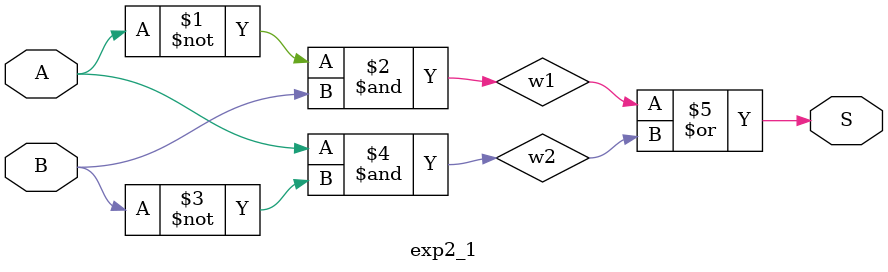
<source format=v>
module exp2_1 (input A, B, output S);
wire w1, w2;
and g1(w1, ~A, B);
and g2(w2, A, ~B);
or g3(S, w1, w2);
endmodule
</source>
